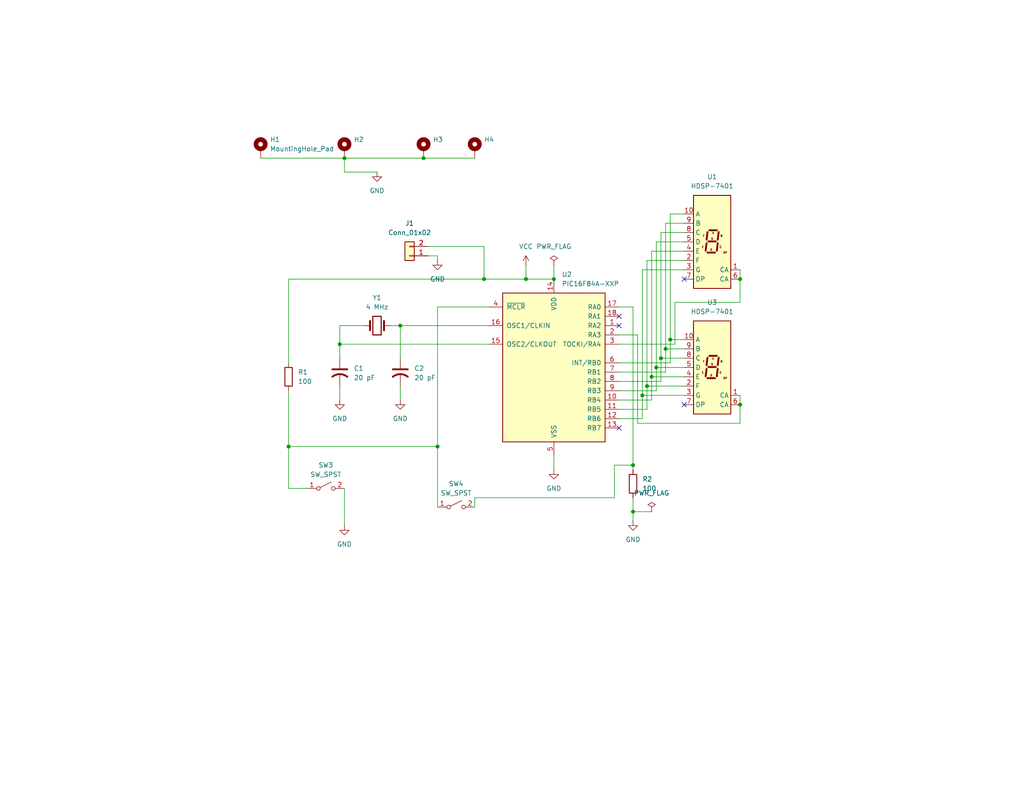
<source format=kicad_sch>
(kicad_sch (version 20250114) (generator "eeschema") (generator_version "9.0")
  (paper "USLetter")
  (title_block (title "Logic Circuit Example #3") (date "2025-07-02") (rev "1.1") (comment 1 "Chrys Sean T. Sevilla"))
  (lib_symbols
    (symbol "Connector_Generic:Conn_01x02" (pin_names (offset 1.016) (hide yes))
      (property "Reference" "J" (at 0 2.54 0))
      (property "Value" "Conn_01x02" (at 0 -5.08 0))
      (symbol "Conn_01x02_1_1"
        (rectangle (start -1.27 1.27) (end 1.27 -3.81) (stroke (width 0.254)) (fill (type background)))
        (rectangle (start -1.27 0.127) (end 0 -0.127) (stroke (width 0.1524)))
        (rectangle (start -1.27 -2.413) (end 0 -2.667) (stroke (width 0.1524)))
        (pin passive line (at -5.08 0 0) (length 3.81) (name "Pin_1") (number "1"))
        (pin passive line (at -5.08 -2.54 0) (length 3.81) (name "Pin_2") (number "2"))
      )
    )
    (symbol "Device:C_US" (pin_numbers (hide yes)) (pin_names (offset 0.254) (hide yes))
      (property "Reference" "C" (at 0.635 2.54 0))
      (property "Value" "C_US" (at 0.635 -2.54 0))
      (symbol "C_US_0_1"
        (polyline (pts (xy -2.032 0.762) (xy 2.032 0.762)) (stroke (width 0.508)))
        (arc (start -2.032 -1.27) (mid 0 -0.5572) (end 2.032 -1.27) (stroke (width 0.508)))
      )
      (symbol "C_US_1_1"
        (pin passive line (at 0 3.81 270) (length 2.794) (name "~") (number "1"))
        (pin passive line (at 0 -3.81 90) (length 3.302) (name "~") (number "2"))
      )
    )
    (symbol "Device:Crystal" (pin_numbers (hide yes)) (pin_names (offset 1.016) (hide yes))
      (property "Reference" "Y" (at 0 3.81 0))
      (property "Value" "Crystal" (at 0 -3.81 0))
      (symbol "Crystal_0_1"
        (polyline (pts (xy -2.54 0) (xy -1.905 0)))
        (polyline (pts (xy -1.905 -1.27) (xy -1.905 1.27)) (stroke (width 0.508)))
        (rectangle (start -1.143 2.54) (end 1.143 -2.54) (stroke (width 0.3048)))
        (polyline (pts (xy 1.905 -1.27) (xy 1.905 1.27)) (stroke (width 0.508)))
        (polyline (pts (xy 2.54 0) (xy 1.905 0)))
      )
      (symbol "Crystal_1_1"
        (pin passive line (at -3.81 0 0) (length 1.27) (name "1") (number "1"))
        (pin passive line (at 3.81 0 180) (length 1.27) (name "2") (number "2"))
      )
    )
    (symbol "Device:R" (pin_numbers (hide yes)) (pin_names (offset 0))
      (property "Reference" "R" (at 2.032 0 90))
      (property "Value" "R" (at 0 0 90))
      (symbol "R_0_1"
        (rectangle (start -1.016 -2.54) (end 1.016 2.54) (stroke (width 0.254)))
      )
      (symbol "R_1_1"
        (pin passive line (at 0 3.81 270) (length 1.27) (name "~") (number "1"))
        (pin passive line (at 0 -3.81 90) (length 1.27) (name "~") (number "2"))
      )
    )
    (symbol "Display_Character:HDSP-7401"
      (property "Reference" "U" (at -3.81 13.97 0))
      (property "Value" "HDSP-7401" (at 6.35 13.97 0))
      (symbol "HDSP-7401_1_0"
        (text "E" (at -2.54 -1.397 0) (effects (font (size 0.508 0.508))))
        (text "F" (at -2.286 1.651 0) (effects (font (size 0.508 0.508))))
        (text "D" (at -0.254 -2.159 0) (effects (font (size 0.508 0.508))))
        (text "G" (at 0 0.889 0) (effects (font (size 0.508 0.508))))
        (text "A" (at 0.254 2.413 0) (effects (font (size 0.508 0.508))))
        (text "C" (at 2.286 -1.397 0) (effects (font (size 0.508 0.508))))
        (text "B" (at 2.54 1.651 0) (effects (font (size 0.508 0.508))))
        (text "DP" (at 3.556 -2.921 0) (effects (font (size 0.508 0.508))))
      )
      (symbol "HDSP-7401_1_1"
        (rectangle (start -5.08 12.7) (end 5.08 -12.7) (stroke (width 0.254)) (fill (type background)))
        (polyline (pts (xy -1.524 -0.381) (xy -1.778 -2.413)) (stroke (width 0.508)))
        (polyline (pts (xy -1.27 2.667) (xy -1.524 0.635)) (stroke (width 0.508)))
        (polyline (pts (xy -1.27 -2.921) (xy 0.762 -2.921)) (stroke (width 0.508)))
        (polyline (pts (xy -1.016 0.127) (xy 1.016 0.127)) (stroke (width 0.508)))
        (polyline (pts (xy -0.762 3.175) (xy 1.27 3.175)) (stroke (width 0.508)))
        (polyline (pts (xy 1.524 -0.381) (xy 1.27 -2.413)) (stroke (width 0.508)))
        (polyline (pts (xy 1.778 2.667) (xy 1.524 0.635)) (stroke (width 0.508)))
        (polyline (pts (xy 2.54 -2.921) (xy 2.54 -2.921)) (stroke (width 0.508)))
        (pin input line (at -7.62 7.62 0) (length 2.54) (name "A") (number "10"))
        (pin input line (at -7.62 5.08 0) (length 2.54) (name "B") (number "9"))
        (pin input line (at -7.62 2.54 0) (length 2.54) (name "C") (number "8"))
        (pin input line (at -7.62 0 0) (length 2.54) (name "D") (number "5"))
        (pin input line (at -7.62 -2.54 0) (length 2.54) (name "E") (number "4"))
        (pin input line (at -7.62 -5.08 0) (length 2.54) (name "F") (number "2"))
        (pin input line (at -7.62 -7.62 0) (length 2.54) (name "G") (number "3"))
        (pin input line (at -7.62 -10.16 0) (length 2.54) (name "DP") (number "7"))
        (pin input line (at 7.62 -7.62 180) (length 2.54) (name "CA") (number "1"))
        (pin input line (at 7.62 -10.16 180) (length 2.54) (name "CA") (number "6"))
      )
    )
    (symbol "MCU_Microchip_PIC16:PIC16F84A-XXP" (pin_names (offset 1.016))
      (property "Reference" "U" (at 2.54 22.86 0))
      (property "Value" "PIC16F84A-XXP" (at 2.54 20.32 0))
      (symbol "PIC16F84A-XXP_0_1"
        (rectangle (start -13.97 19.05) (end 13.97 -21.59) (stroke (width 0.254)) (fill (type background)))
      )
      (symbol "PIC16F84A-XXP_1_1"
        (pin input line (at -17.78 15.24 0) (length 3.81) (name "~{MCLR}") (number "4"))
        (pin input line (at -17.78 10.16 0) (length 3.81) (name "OSC1/CLKIN") (number "16"))
        (pin output line (at -17.78 5.08 0) (length 3.81) (name "OSC2/CLKOUT") (number "15"))
        (pin power_in line (at 0 22.86 270) (length 3.81) (name "VDD") (number "14"))
        (pin power_in line (at 0 -25.4 90) (length 3.81) (name "VSS") (number "5"))
        (pin bidirectional line (at 17.78 15.24 180) (length 3.81) (name "RA0") (number "17"))
        (pin bidirectional line (at 17.78 12.7 180) (length 3.81) (name "RA1") (number "18"))
        (pin bidirectional line (at 17.78 10.16 180) (length 3.81) (name "RA2") (number "1"))
        (pin bidirectional line (at 17.78 7.62 180) (length 3.81) (name "RA3") (number "2"))
        (pin bidirectional line (at 17.78 5.08 180) (length 3.81) (name "TOCKI/RA4") (number "3"))
        (pin bidirectional line (at 17.78 0 180) (length 3.81) (name "INT/RB0") (number "6"))
        (pin bidirectional line (at 17.78 -2.54 180) (length 3.81) (name "RB1") (number "7"))
        (pin bidirectional line (at 17.78 -5.08 180) (length 3.81) (name "RB2") (number "8"))
        (pin bidirectional line (at 17.78 -7.62 180) (length 3.81) (name "RB3") (number "9"))
        (pin bidirectional line (at 17.78 -10.16 180) (length 3.81) (name "RB4") (number "10"))
        (pin bidirectional line (at 17.78 -12.7 180) (length 3.81) (name "RB5") (number "11"))
        (pin bidirectional line (at 17.78 -15.24 180) (length 3.81) (name "RB6") (number "12"))
        (pin bidirectional line (at 17.78 -17.78 180) (length 3.81) (name "RB7") (number "13"))
      )
    )
    (symbol "Mechanical:MountingHole_Pad" (pin_numbers (hide yes)) (pin_names (offset 1.016) (hide yes)) (in_bom no)
      (property "Reference" "H" (at 0 6.35 0))
      (property "Value" "MountingHole_Pad" (at 0 4.445 0))
      (symbol "MountingHole_Pad_0_1"
        (circle (center 0 1.27) (radius 1.27) (stroke (width 1.27)))
      )
      (symbol "MountingHole_Pad_1_1"
        (pin input line (at 0 -2.54 90) (length 2.54) (name "1") (number "1"))
      )
    )
    (symbol "Switch:SW_SPST" (pin_names (offset 0) (hide yes))
      (property "Reference" "SW" (at 0 3.175 0))
      (property "Value" "SW_SPST" (at 0 -2.54 0))
      (symbol "SW_SPST_0_0"
        (circle (center -2.032 0) (radius 0.508))
        (polyline (pts (xy -1.524 0.254) (xy 1.524 1.778)))
        (circle (center 2.032 0) (radius 0.508))
      )
      (symbol "SW_SPST_1_1"
        (pin passive line (at -5.08 0 0) (length 2.54) (name "A") (number "1"))
        (pin passive line (at 5.08 0 180) (length 2.54) (name "B") (number "2"))
      )
    )
    (symbol "power:GND" (power) (pin_numbers (hide yes)) (pin_names (offset 0) (hide yes))
      (property "Value" "GND" (at 0 -3.81 0))
      (symbol "GND_0_1"
        (polyline (pts (xy 0 0) (xy 0 -1.27) (xy 1.27 -1.27) (xy 0 -2.54) (xy -1.27 -1.27) (xy 0 -1.27)))
      )
      (symbol "GND_1_1"
        (pin power_in line (at 0 0 270) (length 0) (name "~") (number "1"))
      )
    )
    (symbol "power:PWR_FLAG" (power) (pin_numbers (hide yes)) (pin_names (offset 0) (hide yes))
      (property "Value" "PWR_FLAG" (at 0 3.81 0))
      (symbol "PWR_FLAG_0_0"
        (pin power_out line (at 0 0 90) (length 0) (name "~") (number "1"))
      )
      (symbol "PWR_FLAG_0_1"
        (polyline (pts (xy 0 0) (xy 0 1.27) (xy -1.016 1.905) (xy 0 2.54) (xy 1.016 1.905) (xy 0 1.27)))
      )
    )
    (symbol "power:VCC" (power) (pin_numbers (hide yes)) (pin_names (offset 0) (hide yes))
      (property "Value" "VCC" (at 0 3.556 0))
      (symbol "VCC_0_1"
        (polyline (pts (xy -0.762 1.27) (xy 0 2.54)))
        (polyline (pts (xy 0 2.54) (xy 0.762 1.27)))
        (polyline (pts (xy 0 0) (xy 0 2.54)))
      )
      (symbol "VCC_1_1"
        (pin power_in line (at 0 0 90) (length 0) (name "~") (number "1"))
      )
    )
  )
  (junction (at 201.93 110.49))
  (junction (at 182.88 92.71))
  (junction (at 109.22 88.9))
  (junction (at 180.34 97.79))
  (junction (at 78.74 121.92))
  (junction (at 132.08 76.2))
  (junction (at 172.72 139.7))
  (junction (at 175.26 107.95))
  (junction (at 172.72 127))
  (junction (at 92.71 93.98))
  (junction (at 119.38 121.92))
  (junction (at 201.93 76.2))
  (junction (at 177.8 102.87))
  (junction (at 93.98 43.18))
  (junction (at 151.13 76.2))
  (junction (at 181.61 95.25))
  (junction (at 143.51 76.2))
  (junction (at 115.57 43.18))
  (junction (at 176.53 105.41))
  (junction (at 179.07 100.33))
  (no_connect (at 186.69 110.49))
  (no_connect (at 168.91 88.9))
  (no_connect (at 186.69 76.2))
  (no_connect (at 168.91 116.84))
  (no_connect (at 168.91 86.36))
  (wire (pts (xy 176.53 111.76) (xy 176.53 105.41)))
  (wire (pts (xy 177.8 139.7) (xy 172.72 139.7)))
  (wire (pts (xy 78.74 76.2) (xy 78.74 99.06)))
  (wire (pts (xy 109.22 105.41) (xy 109.22 109.22)))
  (wire (pts (xy 182.88 99.06) (xy 182.88 92.71)))
  (wire (pts (xy 184.15 93.98) (xy 168.91 93.98)))
  (wire (pts (xy 201.93 115.57) (xy 201.93 110.49)))
  (wire (pts (xy 181.61 60.96) (xy 186.69 60.96)))
  (wire (pts (xy 168.91 104.14) (xy 180.34 104.14)))
  (wire (pts (xy 83.82 133.35) (xy 78.74 133.35)))
  (wire (pts (xy 92.71 93.98) (xy 92.71 88.9)))
  (wire (pts (xy 173.99 91.44) (xy 173.99 115.57)))
  (wire (pts (xy 132.08 76.2) (xy 143.51 76.2)))
  (wire (pts (xy 184.15 82.55) (xy 184.15 93.98)))
  (wire (pts (xy 175.26 107.95) (xy 186.69 107.95)))
  (wire (pts (xy 168.91 106.68) (xy 179.07 106.68)))
  (wire (pts (xy 119.38 71.12) (xy 119.38 69.85)))
  (wire (pts (xy 132.08 67.31) (xy 132.08 76.2)))
  (wire (pts (xy 167.64 127) (xy 172.72 127)))
  (wire (pts (xy 93.98 133.35) (xy 93.98 143.51)))
  (wire (pts (xy 175.26 73.66) (xy 186.69 73.66)))
  (wire (pts (xy 167.64 135.89) (xy 167.64 127)))
  (wire (pts (xy 181.61 95.25) (xy 181.61 60.96)))
  (wire (pts (xy 201.93 76.2) (xy 201.93 73.66)))
  (wire (pts (xy 151.13 124.46) (xy 151.13 128.27)))
  (wire (pts (xy 181.61 95.25) (xy 186.69 95.25)))
  (wire (pts (xy 78.74 133.35) (xy 78.74 121.92)))
  (wire (pts (xy 93.98 43.18) (xy 93.98 46.99)))
  (wire (pts (xy 168.91 109.22) (xy 177.8 109.22)))
  (wire (pts (xy 168.91 91.44) (xy 173.99 91.44)))
  (wire (pts (xy 109.22 88.9) (xy 109.22 97.79)))
  (wire (pts (xy 143.51 72.39) (xy 143.51 76.2)))
  (wire (pts (xy 119.38 121.92) (xy 119.38 138.43)))
  (wire (pts (xy 182.88 58.42) (xy 186.69 58.42)))
  (wire (pts (xy 177.8 102.87) (xy 177.8 68.58)))
  (wire (pts (xy 115.57 43.18) (xy 129.54 43.18)))
  (wire (pts (xy 92.71 105.41) (xy 92.71 109.22)))
  (wire (pts (xy 201.93 110.49) (xy 201.93 107.95)))
  (wire (pts (xy 129.54 135.89) (xy 167.64 135.89)))
  (wire (pts (xy 182.88 92.71) (xy 182.88 58.42)))
  (wire (pts (xy 172.72 83.82) (xy 172.72 127)))
  (wire (pts (xy 168.91 99.06) (xy 182.88 99.06)))
  (wire (pts (xy 172.72 139.7) (xy 172.72 142.24)))
  (wire (pts (xy 71.12 43.18) (xy 93.98 43.18)))
  (wire (pts (xy 177.8 102.87) (xy 186.69 102.87)))
  (wire (pts (xy 93.98 43.18) (xy 115.57 43.18)))
  (wire (pts (xy 116.84 67.31) (xy 132.08 67.31)))
  (wire (pts (xy 201.93 82.55) (xy 201.93 76.2)))
  (wire (pts (xy 182.88 92.71) (xy 186.69 92.71)))
  (wire (pts (xy 176.53 105.41) (xy 176.53 71.12)))
  (wire (pts (xy 151.13 72.39) (xy 151.13 76.2)))
  (wire (pts (xy 177.8 68.58) (xy 186.69 68.58)))
  (wire (pts (xy 176.53 71.12) (xy 186.69 71.12)))
  (wire (pts (xy 176.53 105.41) (xy 186.69 105.41)))
  (wire (pts (xy 93.98 46.99) (xy 102.87 46.99)))
  (wire (pts (xy 119.38 69.85) (xy 116.84 69.85)))
  (wire (pts (xy 168.91 111.76) (xy 176.53 111.76)))
  (wire (pts (xy 172.72 127) (xy 172.72 128.27)))
  (wire (pts (xy 92.71 93.98) (xy 92.71 97.79)))
  (wire (pts (xy 78.74 121.92) (xy 78.74 106.68)))
  (wire (pts (xy 179.07 100.33) (xy 179.07 66.04)))
  (wire (pts (xy 109.22 88.9) (xy 106.68 88.9)))
  (wire (pts (xy 133.35 88.9) (xy 109.22 88.9)))
  (wire (pts (xy 186.69 63.5) (xy 180.34 63.5)))
  (wire (pts (xy 168.91 114.3) (xy 175.26 114.3)))
  (wire (pts (xy 184.15 82.55) (xy 201.93 82.55)))
  (wire (pts (xy 180.34 97.79) (xy 180.34 104.14)))
  (wire (pts (xy 143.51 76.2) (xy 151.13 76.2)))
  (wire (pts (xy 168.91 83.82) (xy 172.72 83.82)))
  (wire (pts (xy 172.72 135.89) (xy 172.72 139.7)))
  (wire (pts (xy 133.35 83.82) (xy 119.38 83.82)))
  (wire (pts (xy 181.61 101.6) (xy 181.61 95.25)))
  (wire (pts (xy 168.91 101.6) (xy 181.61 101.6)))
  (wire (pts (xy 173.99 115.57) (xy 201.93 115.57)))
  (wire (pts (xy 179.07 66.04) (xy 186.69 66.04)))
  (wire (pts (xy 175.26 114.3) (xy 175.26 107.95)))
  (wire (pts (xy 177.8 109.22) (xy 177.8 102.87)))
  (wire (pts (xy 92.71 88.9) (xy 99.06 88.9)))
  (wire (pts (xy 78.74 121.92) (xy 119.38 121.92)))
  (wire (pts (xy 175.26 107.95) (xy 175.26 73.66)))
  (wire (pts (xy 180.34 97.79) (xy 186.69 97.79)))
  (wire (pts (xy 180.34 63.5) (xy 180.34 97.79)))
  (wire (pts (xy 78.74 76.2) (xy 132.08 76.2)))
  (wire (pts (xy 179.07 106.68) (xy 179.07 100.33)))
  (wire (pts (xy 179.07 100.33) (xy 186.69 100.33)))
  (wire (pts (xy 92.71 93.98) (xy 133.35 93.98)))
  (wire (pts (xy 119.38 83.82) (xy 119.38 121.92)))
  (wire (pts (xy 129.54 135.89) (xy 129.54 138.43)))
  (symbol (lib_id "Switch:SW_SPST") (at 88.9 133.35 0) (unit 1)
    (property "Reference" "SW3" (at 88.9 127 0))
    (property "Value" "SW_SPST" (at 88.9 129.54 0))
    (property "Footprint" "Button_Switch_THT:SW_PUSH_6mm" (effects (hide yes)))
    (property "Description" "Single Pole Single Throw (SPST) switch" (effects (hide yes)))
  )
  (symbol (lib_id "Device:Crystal") (at 102.87 88.9 0) (unit 1)
    (property "Reference" "Y1" (at 102.87 81.28 0))
    (property "Value" "4 MHz" (at 102.87 83.82 0))
    (property "Footprint" "Crystal:Crystal_HC49-U_Horizontal" (effects (hide yes)))
    (property "Description" "Two pin crystal" (effects (hide yes)))
  )
  (symbol (lib_id "Display_Character:HDSP-7401") (at 194.31 100.33 0) (unit 1)
    (property "Reference" "U3" (at 194.31 82.55 0))
    (property "Value" "HDSP-7401" (at 194.31 85.09 0))
    (property "Footprint" "Display_7Segment:HDSP-7401" (effects (hide yes)))
    (property "Datasheet" "https://docs.broadcom.com/docs/AV02-2553EN" (effects (hide yes)))
    (property "Description" "One digit 7 segment yellow, common anode" (effects (hide yes)))
  )
  (symbol (lib_id "Device:C_US") (at 109.22 101.6 0) (unit 1)
    (property "Reference" "C2" (at 113.03 100.5839 0) (effects (justify left)))
    (property "Value" "20 pF" (at 113.03 103.1239 0) (effects (justify left)))
    (property "Footprint" "Capacitor_THT:CP_Axial_L10.0mm_D4.5mm_P15.00mm_Horizontal" (effects (hide yes)))
    (property "Description" "capacitor, US symbol" (effects (hide yes)))
  )
  (symbol (lib_id "Mechanical:MountingHole_Pad") (at 93.98 40.64 0) (unit 1) (in_bom no)
    (property "Reference" "H2" (at 96.52 38.0999 0) (effects (justify left)))
    (property "Value" "MountingHole_Pad" (effects (hide yes)))
    (property "Footprint" "MountingHole:MountingHole_3.2mm_M3_ISO7380_Pad" (effects (hide yes)))
    (property "Description" "Mounting Hole with connection" (effects (hide yes)))
  )
  (symbol (lib_id "power:GND") (at 151.13 128.27 0) (unit 1)
    (property "Reference" "#PWR02" (effects (hide yes)))
    (property "Value" "GND" (at 151.13 133.35 0))
    (property "Description" "Power symbol creates a global label with name \"GND\" , ground" (effects (hide yes)))
  )
  (symbol (lib_id "power:PWR_FLAG") (at 177.8 139.7 0) (unit 1)
    (property "Reference" "#FLG02" (effects (hide yes)))
    (property "Value" "PWR_FLAG" (at 177.8 134.62 0))
    (property "Description" "Special symbol for telling ERC where power comes from" (effects (hide yes)))
  )
  (symbol (lib_id "power:GND") (at 119.38 71.12 0) (unit 1)
    (property "Reference" "#PWR07" (effects (hide yes)))
    (property "Value" "GND" (at 119.38 76.2 0))
    (property "Description" "Power symbol creates a global label with name \"GND\" , ground" (effects (hide yes)))
  )
  (symbol (lib_id "Mechanical:MountingHole_Pad") (at 71.12 40.64 0) (unit 1) (in_bom no)
    (property "Reference" "H1" (at 73.66 38.0999 0) (effects (justify left)))
    (property "Value" "MountingHole_Pad" (at 73.66 40.6399 0) (effects (justify left)))
    (property "Footprint" "MountingHole:MountingHole_3.2mm_M3_ISO7380_Pad" (effects (hide yes)))
    (property "Description" "Mounting Hole with connection" (effects (hide yes)))
  )
  (symbol (lib_id "power:PWR_FLAG") (at 151.13 72.39 0) (unit 1)
    (property "Reference" "#FLG01" (effects (hide yes)))
    (property "Value" "PWR_FLAG" (at 151.13 67.31 0))
    (property "Description" "Special symbol for telling ERC where power comes from" (effects (hide yes)))
  )
  (symbol (lib_id "Connector_Generic:Conn_01x02") (at 111.76 69.85 180) (unit 1)
    (property "Reference" "J1" (at 111.76 60.96 0))
    (property "Value" "Conn_01x02" (at 111.76 63.5 0))
    (property "Footprint" "Connector_Molex:Molex_KK-254_AE-6410-02A_1x02_P2.54mm_Vertical" (effects (hide yes)))
    (property "Description" "Generic connector, single row, 01x02, script generated (kicad-library-utils/schlib/autogen/connector/)" (effects (hide yes)))
  )
  (symbol (lib_id "Display_Character:HDSP-7401") (at 194.31 66.04 0) (unit 1)
    (property "Reference" "U1" (at 194.31 48.26 0))
    (property "Value" "HDSP-7401" (at 194.31 50.8 0))
    (property "Footprint" "Display_7Segment:HDSP-7401" (effects (hide yes)))
    (property "Datasheet" "https://docs.broadcom.com/docs/AV02-2553EN" (effects (hide yes)))
    (property "Description" "One digit 7 segment yellow, common anode" (effects (hide yes)))
  )
  (symbol (lib_id "Device:R") (at 172.72 132.08 0) (unit 1)
    (property "Reference" "R2" (at 175.26 130.8099 0) (effects (justify left)))
    (property "Value" "100" (at 175.26 133.3499 0) (effects (justify left)))
    (property "Footprint" "Resistor_THT:R_Axial_DIN0204_L3.6mm_D1.6mm_P5.08mm_Horizontal" (effects (hide yes)))
    (property "Description" "Resistor" (effects (hide yes)))
  )
  (symbol (lib_id "power:GND") (at 102.87 46.99 0) (unit 1)
    (property "Reference" "#PWR08" (effects (hide yes)))
    (property "Value" "GND" (at 102.87 52.07 0))
    (property "Description" "Power symbol creates a global label with name \"GND\" , ground" (effects (hide yes)))
  )
  (symbol (lib_id "power:VCC") (at 143.51 72.39 0) (unit 1)
    (property "Reference" "#PWR06" (effects (hide yes)))
    (property "Value" "VCC" (at 143.51 67.31 0))
    (property "Description" "Power symbol creates a global label with name \"VCC\"" (effects (hide yes)))
  )
  (symbol (lib_id "power:GND") (at 109.22 109.22 0) (unit 1)
    (property "Reference" "#PWR04" (effects (hide yes)))
    (property "Value" "GND" (at 109.22 114.3 0))
    (property "Description" "Power symbol creates a global label with name \"GND\" , ground" (effects (hide yes)))
  )
  (symbol (lib_id "power:GND") (at 92.71 109.22 0) (unit 1)
    (property "Reference" "#PWR03" (effects (hide yes)))
    (property "Value" "GND" (at 92.71 114.3 0))
    (property "Description" "Power symbol creates a global label with name \"GND\" , ground" (effects (hide yes)))
  )
  (symbol (lib_id "MCU_Microchip_PIC16:PIC16F84A-XXP") (at 151.13 99.06 0) (unit 1)
    (property "Reference" "U2" (at 153.2733 74.93 0) (effects (justify left)))
    (property "Value" "PIC16F84A-XXP" (at 153.2733 77.47 0) (effects (justify left)))
    (property "Footprint" "Package_DIP:DIP-18_W7.62mm" (effects (hide yes)))
    (property "Datasheet" "http://ww1.microchip.com/downloads/en/devicedoc/35007b.pdf" (effects (hide yes)))
    (property "Description" "PIC16F84A, 1K Flash, 68B SRAM, 64B EEPROM, DIP18" (effects (hide yes)))
  )
  (symbol (lib_id "Mechanical:MountingHole_Pad") (at 115.57 40.64 0) (unit 1) (in_bom no)
    (property "Reference" "H3" (at 118.11 38.0999 0) (effects (justify left)))
    (property "Value" "MountingHole_Pad" (effects (hide yes)))
    (property "Footprint" "MountingHole:MountingHole_3.2mm_M3_ISO7380_Pad" (effects (hide yes)))
    (property "Description" "Mounting Hole with connection" (effects (hide yes)))
  )
  (symbol (lib_id "power:GND") (at 172.72 142.24 0) (unit 1)
    (property "Reference" "#PWR01" (effects (hide yes)))
    (property "Value" "GND" (at 172.72 147.32 0))
    (property "Description" "Power symbol creates a global label with name \"GND\" , ground" (effects (hide yes)))
  )
  (symbol (lib_id "power:GND") (at 93.98 143.51 0) (unit 1)
    (property "Reference" "#PWR05" (effects (hide yes)))
    (property "Value" "GND" (at 93.98 148.59 0))
    (property "Description" "Power symbol creates a global label with name \"GND\" , ground" (effects (hide yes)))
  )
  (symbol (lib_id "Mechanical:MountingHole_Pad") (at 129.54 40.64 0) (unit 1) (in_bom no)
    (property "Reference" "H4" (at 132.08 38.0999 0) (effects (justify left)))
    (property "Value" "MountingHole_Pad" (effects (hide yes)))
    (property "Footprint" "MountingHole:MountingHole_3.2mm_M3_ISO7380_Pad" (effects (hide yes)))
    (property "Description" "Mounting Hole with connection" (effects (hide yes)))
  )
  (symbol (lib_id "Switch:SW_SPST") (at 124.46 138.43 0) (unit 1)
    (property "Reference" "SW4" (at 124.46 132.08 0))
    (property "Value" "SW_SPST" (at 124.46 134.62 0))
    (property "Footprint" "Button_Switch_THT:SW_PUSH_6mm" (effects (hide yes)))
    (property "Description" "Single Pole Single Throw (SPST) switch" (effects (hide yes)))
  )
  (symbol (lib_id "Device:C_US") (at 92.71 101.6 0) (unit 1)
    (property "Reference" "C1" (at 96.52 100.5839 0) (effects (justify left)))
    (property "Value" "20 pF" (at 96.52 103.1239 0) (effects (justify left)))
    (property "Footprint" "Capacitor_THT:CP_Axial_L10.0mm_D4.5mm_P15.00mm_Horizontal" (effects (hide yes)))
    (property "Description" "capacitor, US symbol" (effects (hide yes)))
  )
  (symbol (lib_id "Device:R") (at 78.74 102.87 0) (unit 1)
    (property "Reference" "R1" (at 81.28 101.5999 0) (effects (justify left)))
    (property "Value" "100" (at 81.28 104.1399 0) (effects (justify left)))
    (property "Footprint" "Resistor_THT:R_Axial_DIN0204_L3.6mm_D1.6mm_P5.08mm_Horizontal" (effects (hide yes)))
    (property "Description" "Resistor" (effects (hide yes)))
  )
)
</source>
